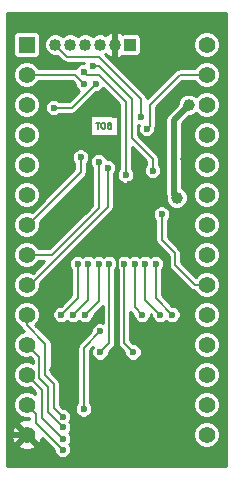
<source format=gbl>
G04 (created by PCBNEW-RS274X (2012-apr-16-27)-stable) date So 08 Sep 2013 13:16:25 CEST*
G01*
G70*
G90*
%MOIN*%
G04 Gerber Fmt 3.4, Leading zero omitted, Abs format*
%FSLAX34Y34*%
G04 APERTURE LIST*
%ADD10C,0.006000*%
%ADD11C,0.005000*%
%ADD12R,0.055000X0.055000*%
%ADD13C,0.055000*%
%ADD14R,0.040000X0.040000*%
%ADD15C,0.040000*%
%ADD16C,0.023600*%
%ADD17C,0.039400*%
%ADD18C,0.035000*%
%ADD19C,0.008000*%
%ADD20C,0.012000*%
%ADD21C,0.020000*%
%ADD22C,0.010000*%
G04 APERTURE END LIST*
G54D10*
G54D11*
X57747Y-34196D02*
X57718Y-34206D01*
X57709Y-34215D01*
X57699Y-34234D01*
X57699Y-34263D01*
X57709Y-34282D01*
X57718Y-34291D01*
X57737Y-34301D01*
X57813Y-34301D01*
X57813Y-34101D01*
X57747Y-34101D01*
X57728Y-34110D01*
X57718Y-34120D01*
X57709Y-34139D01*
X57709Y-34158D01*
X57718Y-34177D01*
X57728Y-34187D01*
X57747Y-34196D01*
X57813Y-34196D01*
X57575Y-34101D02*
X57537Y-34101D01*
X57518Y-34110D01*
X57499Y-34130D01*
X57490Y-34168D01*
X57490Y-34234D01*
X57499Y-34272D01*
X57518Y-34291D01*
X57537Y-34301D01*
X57575Y-34301D01*
X57594Y-34291D01*
X57613Y-34272D01*
X57623Y-34234D01*
X57623Y-34168D01*
X57613Y-34130D01*
X57594Y-34110D01*
X57575Y-34101D01*
X57432Y-34101D02*
X57318Y-34101D01*
X57375Y-34301D02*
X57375Y-34101D01*
G54D12*
X55000Y-31500D03*
G54D13*
X55000Y-32500D03*
X55000Y-33500D03*
X55000Y-34500D03*
X55000Y-35500D03*
X55000Y-36500D03*
X55000Y-37500D03*
X55000Y-38500D03*
X55000Y-39500D03*
X55000Y-40500D03*
X55000Y-41500D03*
X55000Y-42500D03*
X55000Y-43500D03*
X55000Y-44500D03*
X61000Y-44500D03*
X61000Y-43500D03*
X61000Y-42500D03*
X61000Y-41500D03*
X61000Y-40500D03*
X61000Y-39500D03*
X61000Y-38500D03*
X61000Y-37500D03*
X61000Y-36500D03*
X61000Y-35500D03*
X61000Y-34500D03*
X61000Y-33500D03*
X61000Y-32500D03*
X61000Y-31500D03*
G54D14*
X58450Y-31500D03*
G54D15*
X57950Y-31500D03*
X57450Y-31500D03*
X56950Y-31500D03*
X56450Y-31500D03*
X55950Y-31500D03*
G54D16*
X57450Y-41050D03*
X56900Y-43650D03*
X56200Y-45000D03*
X56200Y-44650D03*
X56200Y-44250D03*
X56200Y-43900D03*
X57700Y-35600D03*
X57400Y-35400D03*
X59500Y-37150D03*
X56800Y-35250D03*
X56900Y-32800D03*
X59000Y-34300D03*
X55800Y-34900D03*
G54D17*
X60000Y-37800D03*
G54D16*
X58000Y-37200D03*
X59150Y-34750D03*
G54D17*
X56000Y-37800D03*
X59700Y-30600D03*
X56000Y-32100D03*
G54D16*
X58000Y-38000D03*
X60200Y-41800D03*
X60500Y-45200D03*
X58450Y-36150D03*
X56350Y-39950D03*
X59900Y-43500D03*
G54D17*
X55950Y-42350D03*
G54D16*
X58600Y-35100D03*
G54D17*
X59800Y-33400D03*
G54D16*
X57950Y-33850D03*
X57950Y-35100D03*
X57100Y-33850D03*
X55500Y-36000D03*
X57350Y-40650D03*
G54D17*
X60300Y-35300D03*
G54D18*
X58600Y-41000D03*
G54D16*
X59300Y-32800D03*
X58000Y-45100D03*
X58200Y-32200D03*
X57450Y-41750D03*
X57750Y-38800D03*
X58950Y-38800D03*
X59450Y-40500D03*
X58250Y-38800D03*
X58550Y-41750D03*
X58800Y-33900D03*
X59200Y-35700D03*
X57200Y-32200D03*
X57300Y-32800D03*
X55900Y-33600D03*
X58300Y-35850D03*
X56900Y-32400D03*
X56550Y-40500D03*
X57050Y-38800D03*
X56150Y-40500D03*
X56700Y-38800D03*
X57400Y-38800D03*
X56950Y-40500D03*
X59850Y-40500D03*
X59300Y-38800D03*
X58850Y-40500D03*
X58600Y-38800D03*
G54D17*
X60000Y-36600D03*
X60400Y-33500D03*
G54D19*
X56900Y-41600D02*
X57450Y-41050D01*
X56900Y-43200D02*
X56900Y-41600D01*
X56900Y-43650D02*
X56900Y-43200D01*
X55000Y-43500D02*
X55300Y-43800D01*
X55300Y-43800D02*
X55300Y-44100D01*
X55300Y-44100D02*
X56200Y-45000D01*
X55500Y-43927D02*
X55500Y-43950D01*
X55500Y-43950D02*
X56200Y-44650D01*
X55500Y-43000D02*
X55500Y-43927D01*
X55000Y-42500D02*
X55500Y-43000D01*
X55700Y-43700D02*
X55700Y-43750D01*
X55700Y-43750D02*
X56200Y-44250D01*
X55425Y-42625D02*
X55700Y-42900D01*
X55425Y-41925D02*
X55425Y-42625D01*
X55700Y-42900D02*
X55700Y-43700D01*
X55000Y-41500D02*
X55425Y-41925D01*
X55625Y-41475D02*
X55000Y-40850D01*
X55625Y-42525D02*
X55900Y-42800D01*
X55000Y-40850D02*
X55000Y-40500D01*
X55900Y-43500D02*
X55900Y-42800D01*
X55900Y-43500D02*
X55900Y-43600D01*
X55900Y-43600D02*
X56200Y-43900D01*
X55625Y-41475D02*
X55625Y-42525D01*
X55000Y-39500D02*
X55100Y-39500D01*
X55100Y-39500D02*
X57700Y-36900D01*
X57700Y-36800D02*
X57700Y-36900D01*
X57700Y-36800D02*
X57700Y-35600D01*
X57400Y-36800D02*
X57400Y-36950D01*
X55850Y-38500D02*
X55700Y-38500D01*
X57400Y-36800D02*
X57400Y-35400D01*
X57400Y-36950D02*
X55850Y-38500D01*
X55000Y-38500D02*
X55700Y-38500D01*
X61000Y-39500D02*
X60600Y-39500D01*
X59950Y-38850D02*
X59950Y-38450D01*
X60600Y-39500D02*
X59950Y-38850D01*
X59500Y-37150D02*
X59500Y-38000D01*
X59950Y-38450D02*
X59500Y-38000D01*
X56800Y-35250D02*
X56800Y-35750D01*
X55050Y-37500D02*
X56800Y-35750D01*
X55000Y-37500D02*
X55050Y-37500D01*
X56900Y-32800D02*
X56600Y-32500D01*
X56600Y-32500D02*
X55000Y-32500D01*
X59100Y-34200D02*
X59100Y-33500D01*
X60100Y-32500D02*
X61000Y-32500D01*
X59100Y-33500D02*
X60100Y-32500D01*
X59000Y-34300D02*
X59100Y-34200D01*
G54D20*
X59800Y-33400D02*
X60200Y-33000D01*
G54D21*
X61600Y-36000D02*
X61600Y-35000D01*
X57950Y-31950D02*
X58200Y-32200D01*
X56000Y-32100D02*
X55900Y-32000D01*
X61600Y-38000D02*
X61600Y-36000D01*
G54D22*
X58450Y-36750D02*
X58450Y-36150D01*
G54D21*
X55000Y-44500D02*
X54400Y-44500D01*
X58000Y-45500D02*
X60500Y-45500D01*
G54D22*
X58000Y-37200D02*
X58450Y-36750D01*
X60200Y-43500D02*
X59900Y-43500D01*
G54D21*
X54400Y-36000D02*
X54400Y-38000D01*
X55900Y-41150D02*
X55600Y-40850D01*
X55950Y-42350D02*
X55900Y-42300D01*
X55900Y-32000D02*
X54400Y-32000D01*
X57950Y-31500D02*
X57950Y-30500D01*
G54D20*
X57100Y-33850D02*
X57100Y-35100D01*
X56350Y-39950D02*
X56300Y-40000D01*
X57100Y-35100D02*
X57950Y-35100D01*
G54D21*
X54400Y-33000D02*
X54400Y-35000D01*
X61600Y-33000D02*
X61600Y-30500D01*
G54D22*
X60200Y-44900D02*
X60500Y-45200D01*
G54D21*
X59700Y-30600D02*
X59700Y-30500D01*
X54400Y-44500D02*
X54400Y-45500D01*
X54400Y-38000D02*
X55800Y-38000D01*
G54D22*
X58000Y-45500D02*
X58000Y-45100D01*
X58000Y-45100D02*
X58000Y-38000D01*
G54D21*
X61600Y-38000D02*
X60200Y-38000D01*
X61600Y-35000D02*
X61600Y-33000D01*
G54D20*
X60200Y-33000D02*
X61600Y-33000D01*
G54D22*
X60200Y-43500D02*
X60200Y-44900D01*
G54D21*
X55600Y-40850D02*
X55600Y-40000D01*
X54400Y-30500D02*
X54400Y-32000D01*
X54400Y-45500D02*
X58000Y-45500D01*
X60300Y-35300D02*
X60600Y-35000D01*
G54D22*
X55700Y-35000D02*
X54400Y-35000D01*
G54D21*
X54400Y-32000D02*
X54400Y-33000D01*
X59700Y-30500D02*
X57950Y-30500D01*
X61600Y-41000D02*
X60200Y-41000D01*
G54D20*
X56300Y-40000D02*
X55600Y-40000D01*
G54D21*
X61600Y-41000D02*
X61600Y-38000D01*
X60200Y-41000D02*
X58600Y-41000D01*
G54D22*
X55800Y-34900D02*
X55700Y-35000D01*
G54D21*
X60600Y-35000D02*
X61600Y-35000D01*
G54D22*
X60200Y-41800D02*
X60200Y-43500D01*
G54D21*
X55600Y-40000D02*
X54400Y-40000D01*
X57950Y-31500D02*
X57950Y-31950D01*
G54D22*
X60200Y-41000D02*
X60200Y-41800D01*
G54D21*
X55800Y-38000D02*
X56000Y-37800D01*
X60500Y-45500D02*
X61600Y-45500D01*
G54D22*
X60500Y-45200D02*
X60500Y-45500D01*
G54D21*
X55900Y-42300D02*
X55900Y-41150D01*
X57950Y-30500D02*
X54400Y-30500D01*
X61600Y-45500D02*
X61600Y-41000D01*
X54400Y-44500D02*
X54400Y-40000D01*
X54400Y-35000D02*
X54400Y-36000D01*
X60200Y-38000D02*
X60000Y-37800D01*
X54400Y-38000D02*
X54400Y-40000D01*
X61600Y-30500D02*
X59700Y-30500D01*
G54D20*
X55500Y-36000D02*
X54400Y-36000D01*
G54D19*
X57450Y-41750D02*
X57750Y-41450D01*
X57750Y-41450D02*
X57750Y-38800D01*
X58950Y-40000D02*
X58950Y-38800D01*
X59450Y-40500D02*
X58950Y-40000D01*
X58250Y-41450D02*
X58250Y-38800D01*
X58550Y-41750D02*
X58250Y-41450D01*
X56350Y-31900D02*
X55950Y-31500D01*
X58800Y-33300D02*
X57400Y-31900D01*
X58800Y-33900D02*
X58800Y-33300D01*
X57400Y-31900D02*
X56350Y-31900D01*
X58500Y-33300D02*
X57400Y-32200D01*
X59200Y-35300D02*
X58500Y-34600D01*
X58500Y-34600D02*
X58500Y-33300D01*
X59200Y-35700D02*
X59200Y-35300D01*
X57200Y-32200D02*
X57400Y-32200D01*
X55900Y-33600D02*
X56500Y-33600D01*
X56500Y-33600D02*
X57300Y-32800D01*
X58300Y-33400D02*
X58300Y-35500D01*
X56900Y-32400D02*
X57000Y-32500D01*
X57000Y-32500D02*
X57400Y-32500D01*
X57400Y-32500D02*
X58300Y-33400D01*
X58300Y-35850D02*
X58300Y-35500D01*
X57050Y-38800D02*
X57050Y-40000D01*
X57050Y-40000D02*
X56550Y-40500D01*
X56150Y-40500D02*
X56700Y-39950D01*
X56700Y-39950D02*
X56700Y-38800D01*
X56950Y-40500D02*
X57400Y-40050D01*
X57400Y-38800D02*
X57400Y-40050D01*
X59850Y-40500D02*
X59300Y-39950D01*
X59300Y-39950D02*
X59300Y-38800D01*
X58850Y-40500D02*
X58600Y-40250D01*
X58600Y-40250D02*
X58600Y-38800D01*
G54D21*
X59900Y-36500D02*
X59900Y-34000D01*
X59900Y-34000D02*
X60400Y-33500D01*
X60000Y-36600D02*
X59900Y-36500D01*
G54D10*
G36*
X58021Y-31500D02*
X57950Y-31571D01*
X57879Y-31500D01*
X57950Y-31429D01*
X58021Y-31500D01*
X58021Y-31500D01*
G37*
G54D22*
X58021Y-31500D02*
X57950Y-31571D01*
X57879Y-31500D01*
X57950Y-31429D01*
X58021Y-31500D01*
G54D10*
G36*
X61650Y-45550D02*
X61444Y-45550D01*
X61444Y-44589D01*
X61444Y-44412D01*
X61444Y-43589D01*
X61444Y-43412D01*
X61444Y-42589D01*
X61444Y-42412D01*
X61444Y-41589D01*
X61444Y-41412D01*
X61444Y-40589D01*
X61444Y-40412D01*
X61444Y-39589D01*
X61444Y-39412D01*
X61444Y-38589D01*
X61444Y-38412D01*
X61444Y-37589D01*
X61444Y-37412D01*
X61444Y-36589D01*
X61444Y-36412D01*
X61444Y-35589D01*
X61444Y-35412D01*
X61444Y-34589D01*
X61444Y-34412D01*
X61444Y-33589D01*
X61444Y-33412D01*
X61444Y-32589D01*
X61444Y-32412D01*
X61444Y-31589D01*
X61444Y-31412D01*
X61377Y-31249D01*
X61252Y-31124D01*
X61089Y-31056D01*
X60912Y-31056D01*
X60749Y-31123D01*
X60624Y-31248D01*
X60556Y-31411D01*
X60556Y-31588D01*
X60623Y-31751D01*
X60748Y-31876D01*
X60911Y-31944D01*
X61088Y-31944D01*
X61251Y-31877D01*
X61376Y-31752D01*
X61444Y-31589D01*
X61444Y-32412D01*
X61377Y-32249D01*
X61252Y-32124D01*
X61089Y-32056D01*
X60912Y-32056D01*
X60749Y-32123D01*
X60624Y-32248D01*
X60606Y-32290D01*
X60100Y-32290D01*
X60032Y-32303D01*
X60019Y-32306D01*
X59951Y-32352D01*
X59008Y-33294D01*
X58994Y-33220D01*
X58993Y-33219D01*
X58978Y-33197D01*
X58948Y-33152D01*
X58948Y-33151D01*
X58820Y-33023D01*
X57624Y-31828D01*
X57629Y-31825D01*
X57698Y-31894D01*
X57723Y-31868D01*
X57727Y-31891D01*
X57894Y-31946D01*
X58070Y-31933D01*
X58173Y-31891D01*
X58176Y-31868D01*
X58202Y-31894D01*
X58226Y-31870D01*
X58284Y-31870D01*
X58684Y-31870D01*
X58746Y-31844D01*
X58794Y-31796D01*
X58820Y-31734D01*
X58820Y-31666D01*
X58820Y-31266D01*
X58794Y-31204D01*
X58746Y-31156D01*
X58684Y-31130D01*
X58616Y-31130D01*
X58226Y-31130D01*
X58202Y-31106D01*
X58176Y-31131D01*
X58173Y-31109D01*
X58006Y-31054D01*
X57830Y-31067D01*
X57727Y-31109D01*
X57723Y-31131D01*
X57698Y-31106D01*
X57629Y-31174D01*
X57524Y-31130D01*
X57377Y-31130D01*
X57241Y-31186D01*
X57200Y-31227D01*
X57160Y-31187D01*
X57024Y-31130D01*
X56877Y-31130D01*
X56741Y-31186D01*
X56700Y-31227D01*
X56660Y-31187D01*
X56524Y-31130D01*
X56377Y-31130D01*
X56241Y-31186D01*
X56200Y-31227D01*
X56160Y-31187D01*
X56024Y-31130D01*
X55877Y-31130D01*
X55741Y-31186D01*
X55637Y-31290D01*
X55580Y-31426D01*
X55580Y-31573D01*
X55636Y-31709D01*
X55740Y-31813D01*
X55876Y-31870D01*
X56023Y-31870D01*
X56201Y-32048D01*
X56202Y-32048D01*
X56247Y-32078D01*
X56269Y-32093D01*
X56270Y-32094D01*
X56350Y-32110D01*
X56926Y-32110D01*
X56925Y-32113D01*
X56843Y-32113D01*
X56738Y-32157D01*
X56657Y-32237D01*
X56632Y-32296D01*
X56600Y-32290D01*
X55445Y-32290D01*
X55445Y-31809D01*
X55445Y-31741D01*
X55445Y-31191D01*
X55419Y-31129D01*
X55371Y-31081D01*
X55309Y-31055D01*
X55241Y-31055D01*
X54691Y-31055D01*
X54629Y-31081D01*
X54581Y-31129D01*
X54555Y-31191D01*
X54555Y-31259D01*
X54555Y-31809D01*
X54581Y-31871D01*
X54629Y-31919D01*
X54691Y-31945D01*
X54759Y-31945D01*
X55309Y-31945D01*
X55371Y-31919D01*
X55419Y-31871D01*
X55445Y-31809D01*
X55445Y-32290D01*
X55393Y-32290D01*
X55377Y-32249D01*
X55252Y-32124D01*
X55089Y-32056D01*
X54912Y-32056D01*
X54749Y-32123D01*
X54624Y-32248D01*
X54556Y-32411D01*
X54556Y-32588D01*
X54623Y-32751D01*
X54748Y-32876D01*
X54911Y-32944D01*
X55088Y-32944D01*
X55251Y-32877D01*
X55376Y-32752D01*
X55393Y-32710D01*
X56513Y-32710D01*
X56613Y-32809D01*
X56613Y-32857D01*
X56657Y-32962D01*
X56737Y-33043D01*
X56753Y-33049D01*
X56413Y-33390D01*
X56095Y-33390D01*
X56063Y-33357D01*
X55957Y-33313D01*
X55843Y-33313D01*
X55738Y-33357D01*
X55657Y-33437D01*
X55613Y-33543D01*
X55613Y-33657D01*
X55657Y-33762D01*
X55737Y-33843D01*
X55843Y-33887D01*
X55957Y-33887D01*
X56062Y-33843D01*
X56095Y-33810D01*
X56500Y-33810D01*
X56500Y-33809D01*
X56567Y-33796D01*
X56580Y-33794D01*
X56581Y-33794D01*
X56648Y-33748D01*
X57309Y-33087D01*
X57357Y-33087D01*
X57462Y-33043D01*
X57543Y-32963D01*
X57549Y-32946D01*
X58090Y-33486D01*
X58090Y-35500D01*
X58090Y-35654D01*
X58057Y-35687D01*
X58056Y-35689D01*
X58056Y-34555D01*
X58056Y-33835D01*
X57104Y-33835D01*
X57104Y-34555D01*
X58056Y-34555D01*
X58056Y-35689D01*
X58013Y-35793D01*
X58013Y-35907D01*
X58057Y-36012D01*
X58137Y-36093D01*
X58243Y-36137D01*
X58357Y-36137D01*
X58462Y-36093D01*
X58543Y-36013D01*
X58587Y-35907D01*
X58587Y-35793D01*
X58543Y-35688D01*
X58510Y-35654D01*
X58510Y-35500D01*
X58510Y-34906D01*
X58990Y-35386D01*
X58990Y-35504D01*
X58957Y-35537D01*
X58913Y-35643D01*
X58913Y-35757D01*
X58957Y-35862D01*
X59037Y-35943D01*
X59143Y-35987D01*
X59257Y-35987D01*
X59362Y-35943D01*
X59443Y-35863D01*
X59487Y-35757D01*
X59487Y-35643D01*
X59443Y-35538D01*
X59410Y-35504D01*
X59410Y-35300D01*
X59409Y-35299D01*
X59394Y-35220D01*
X59393Y-35219D01*
X59378Y-35197D01*
X59348Y-35152D01*
X59348Y-35151D01*
X58710Y-34513D01*
X58710Y-34173D01*
X58737Y-34184D01*
X58713Y-34243D01*
X58713Y-34357D01*
X58757Y-34462D01*
X58837Y-34543D01*
X58943Y-34587D01*
X59057Y-34587D01*
X59162Y-34543D01*
X59243Y-34463D01*
X59287Y-34357D01*
X59287Y-34290D01*
X59293Y-34281D01*
X59294Y-34280D01*
X59309Y-34200D01*
X59310Y-34200D01*
X59310Y-33586D01*
X60186Y-32710D01*
X60606Y-32710D01*
X60623Y-32751D01*
X60748Y-32876D01*
X60911Y-32944D01*
X61088Y-32944D01*
X61251Y-32877D01*
X61376Y-32752D01*
X61444Y-32589D01*
X61444Y-33412D01*
X61377Y-33249D01*
X61252Y-33124D01*
X61089Y-33056D01*
X60912Y-33056D01*
X60749Y-33123D01*
X60645Y-33226D01*
X60608Y-33189D01*
X60473Y-33133D01*
X60327Y-33133D01*
X60192Y-33189D01*
X60089Y-33292D01*
X60033Y-33427D01*
X60033Y-33485D01*
X59709Y-33809D01*
X59651Y-33897D01*
X59630Y-34000D01*
X59630Y-36500D01*
X59634Y-36522D01*
X59633Y-36527D01*
X59633Y-36673D01*
X59689Y-36808D01*
X59792Y-36911D01*
X59927Y-36967D01*
X60073Y-36967D01*
X60208Y-36911D01*
X60311Y-36808D01*
X60367Y-36673D01*
X60367Y-36527D01*
X60311Y-36392D01*
X60208Y-36289D01*
X60170Y-36273D01*
X60170Y-34112D01*
X60415Y-33867D01*
X60473Y-33867D01*
X60608Y-33811D01*
X60645Y-33773D01*
X60748Y-33876D01*
X60911Y-33944D01*
X61088Y-33944D01*
X61251Y-33877D01*
X61376Y-33752D01*
X61444Y-33589D01*
X61444Y-34412D01*
X61377Y-34249D01*
X61252Y-34124D01*
X61089Y-34056D01*
X60912Y-34056D01*
X60749Y-34123D01*
X60624Y-34248D01*
X60556Y-34411D01*
X60556Y-34588D01*
X60623Y-34751D01*
X60748Y-34876D01*
X60911Y-34944D01*
X61088Y-34944D01*
X61251Y-34877D01*
X61376Y-34752D01*
X61444Y-34589D01*
X61444Y-35412D01*
X61377Y-35249D01*
X61252Y-35124D01*
X61089Y-35056D01*
X60912Y-35056D01*
X60749Y-35123D01*
X60624Y-35248D01*
X60556Y-35411D01*
X60556Y-35588D01*
X60623Y-35751D01*
X60748Y-35876D01*
X60911Y-35944D01*
X61088Y-35944D01*
X61251Y-35877D01*
X61376Y-35752D01*
X61444Y-35589D01*
X61444Y-36412D01*
X61377Y-36249D01*
X61252Y-36124D01*
X61089Y-36056D01*
X60912Y-36056D01*
X60749Y-36123D01*
X60624Y-36248D01*
X60556Y-36411D01*
X60556Y-36588D01*
X60623Y-36751D01*
X60748Y-36876D01*
X60911Y-36944D01*
X61088Y-36944D01*
X61251Y-36877D01*
X61376Y-36752D01*
X61444Y-36589D01*
X61444Y-37412D01*
X61377Y-37249D01*
X61252Y-37124D01*
X61089Y-37056D01*
X60912Y-37056D01*
X60749Y-37123D01*
X60624Y-37248D01*
X60556Y-37411D01*
X60556Y-37588D01*
X60623Y-37751D01*
X60748Y-37876D01*
X60911Y-37944D01*
X61088Y-37944D01*
X61251Y-37877D01*
X61376Y-37752D01*
X61444Y-37589D01*
X61444Y-38412D01*
X61377Y-38249D01*
X61252Y-38124D01*
X61089Y-38056D01*
X60912Y-38056D01*
X60749Y-38123D01*
X60624Y-38248D01*
X60556Y-38411D01*
X60556Y-38588D01*
X60623Y-38751D01*
X60748Y-38876D01*
X60911Y-38944D01*
X61088Y-38944D01*
X61251Y-38877D01*
X61376Y-38752D01*
X61444Y-38589D01*
X61444Y-39412D01*
X61377Y-39249D01*
X61252Y-39124D01*
X61089Y-39056D01*
X60912Y-39056D01*
X60749Y-39123D01*
X60634Y-39237D01*
X60160Y-38763D01*
X60160Y-38450D01*
X60144Y-38370D01*
X60143Y-38369D01*
X60128Y-38347D01*
X60098Y-38302D01*
X60098Y-38301D01*
X59710Y-37913D01*
X59710Y-37345D01*
X59743Y-37313D01*
X59787Y-37207D01*
X59787Y-37093D01*
X59743Y-36988D01*
X59663Y-36907D01*
X59557Y-36863D01*
X59443Y-36863D01*
X59338Y-36907D01*
X59257Y-36987D01*
X59213Y-37093D01*
X59213Y-37207D01*
X59257Y-37312D01*
X59290Y-37345D01*
X59290Y-38000D01*
X59303Y-38067D01*
X59306Y-38081D01*
X59352Y-38148D01*
X59740Y-38536D01*
X59740Y-38850D01*
X59753Y-38917D01*
X59756Y-38931D01*
X59802Y-38998D01*
X60451Y-39648D01*
X60452Y-39648D01*
X60519Y-39694D01*
X60520Y-39694D01*
X60532Y-39696D01*
X60600Y-39710D01*
X60606Y-39710D01*
X60623Y-39751D01*
X60748Y-39876D01*
X60911Y-39944D01*
X61088Y-39944D01*
X61251Y-39877D01*
X61376Y-39752D01*
X61444Y-39589D01*
X61444Y-40412D01*
X61377Y-40249D01*
X61252Y-40124D01*
X61089Y-40056D01*
X60912Y-40056D01*
X60749Y-40123D01*
X60624Y-40248D01*
X60556Y-40411D01*
X60556Y-40588D01*
X60623Y-40751D01*
X60748Y-40876D01*
X60911Y-40944D01*
X61088Y-40944D01*
X61251Y-40877D01*
X61376Y-40752D01*
X61444Y-40589D01*
X61444Y-41412D01*
X61377Y-41249D01*
X61252Y-41124D01*
X61089Y-41056D01*
X60912Y-41056D01*
X60749Y-41123D01*
X60624Y-41248D01*
X60556Y-41411D01*
X60556Y-41588D01*
X60623Y-41751D01*
X60748Y-41876D01*
X60911Y-41944D01*
X61088Y-41944D01*
X61251Y-41877D01*
X61376Y-41752D01*
X61444Y-41589D01*
X61444Y-42412D01*
X61377Y-42249D01*
X61252Y-42124D01*
X61089Y-42056D01*
X60912Y-42056D01*
X60749Y-42123D01*
X60624Y-42248D01*
X60556Y-42411D01*
X60556Y-42588D01*
X60623Y-42751D01*
X60748Y-42876D01*
X60911Y-42944D01*
X61088Y-42944D01*
X61251Y-42877D01*
X61376Y-42752D01*
X61444Y-42589D01*
X61444Y-43412D01*
X61377Y-43249D01*
X61252Y-43124D01*
X61089Y-43056D01*
X60912Y-43056D01*
X60749Y-43123D01*
X60624Y-43248D01*
X60556Y-43411D01*
X60556Y-43588D01*
X60623Y-43751D01*
X60748Y-43876D01*
X60911Y-43944D01*
X61088Y-43944D01*
X61251Y-43877D01*
X61376Y-43752D01*
X61444Y-43589D01*
X61444Y-44412D01*
X61377Y-44249D01*
X61252Y-44124D01*
X61089Y-44056D01*
X60912Y-44056D01*
X60749Y-44123D01*
X60624Y-44248D01*
X60556Y-44411D01*
X60556Y-44588D01*
X60623Y-44751D01*
X60748Y-44876D01*
X60911Y-44944D01*
X61088Y-44944D01*
X61251Y-44877D01*
X61376Y-44752D01*
X61444Y-44589D01*
X61444Y-45550D01*
X60137Y-45550D01*
X60137Y-40557D01*
X60137Y-40443D01*
X60093Y-40338D01*
X60013Y-40257D01*
X59907Y-40213D01*
X59859Y-40213D01*
X59510Y-39863D01*
X59510Y-38995D01*
X59543Y-38963D01*
X59587Y-38857D01*
X59587Y-38743D01*
X59543Y-38638D01*
X59463Y-38557D01*
X59357Y-38513D01*
X59243Y-38513D01*
X59138Y-38557D01*
X59125Y-38569D01*
X59113Y-38557D01*
X59007Y-38513D01*
X58893Y-38513D01*
X58788Y-38557D01*
X58775Y-38569D01*
X58763Y-38557D01*
X58657Y-38513D01*
X58543Y-38513D01*
X58438Y-38557D01*
X58425Y-38569D01*
X58413Y-38557D01*
X58307Y-38513D01*
X58193Y-38513D01*
X58088Y-38557D01*
X58007Y-38637D01*
X57999Y-38654D01*
X57993Y-38638D01*
X57987Y-38631D01*
X57987Y-35657D01*
X57987Y-35543D01*
X57943Y-35438D01*
X57863Y-35357D01*
X57757Y-35313D01*
X57674Y-35313D01*
X57643Y-35238D01*
X57563Y-35157D01*
X57457Y-35113D01*
X57343Y-35113D01*
X57238Y-35157D01*
X57157Y-35237D01*
X57113Y-35343D01*
X57113Y-35457D01*
X57157Y-35562D01*
X57190Y-35595D01*
X57190Y-36800D01*
X57190Y-36863D01*
X57087Y-36966D01*
X57087Y-35307D01*
X57087Y-35193D01*
X57043Y-35088D01*
X56963Y-35007D01*
X56857Y-34963D01*
X56743Y-34963D01*
X56638Y-35007D01*
X56557Y-35087D01*
X56513Y-35193D01*
X56513Y-35307D01*
X56557Y-35412D01*
X56590Y-35445D01*
X56590Y-35663D01*
X55444Y-36809D01*
X55444Y-36589D01*
X55444Y-36412D01*
X55444Y-35589D01*
X55444Y-35412D01*
X55444Y-34589D01*
X55444Y-34412D01*
X55444Y-33589D01*
X55444Y-33412D01*
X55377Y-33249D01*
X55252Y-33124D01*
X55089Y-33056D01*
X54912Y-33056D01*
X54749Y-33123D01*
X54624Y-33248D01*
X54556Y-33411D01*
X54556Y-33588D01*
X54623Y-33751D01*
X54748Y-33876D01*
X54911Y-33944D01*
X55088Y-33944D01*
X55251Y-33877D01*
X55376Y-33752D01*
X55444Y-33589D01*
X55444Y-34412D01*
X55377Y-34249D01*
X55252Y-34124D01*
X55089Y-34056D01*
X54912Y-34056D01*
X54749Y-34123D01*
X54624Y-34248D01*
X54556Y-34411D01*
X54556Y-34588D01*
X54623Y-34751D01*
X54748Y-34876D01*
X54911Y-34944D01*
X55088Y-34944D01*
X55251Y-34877D01*
X55376Y-34752D01*
X55444Y-34589D01*
X55444Y-35412D01*
X55377Y-35249D01*
X55252Y-35124D01*
X55089Y-35056D01*
X54912Y-35056D01*
X54749Y-35123D01*
X54624Y-35248D01*
X54556Y-35411D01*
X54556Y-35588D01*
X54623Y-35751D01*
X54748Y-35876D01*
X54911Y-35944D01*
X55088Y-35944D01*
X55251Y-35877D01*
X55376Y-35752D01*
X55444Y-35589D01*
X55444Y-36412D01*
X55377Y-36249D01*
X55252Y-36124D01*
X55089Y-36056D01*
X54912Y-36056D01*
X54749Y-36123D01*
X54624Y-36248D01*
X54556Y-36411D01*
X54556Y-36588D01*
X54623Y-36751D01*
X54748Y-36876D01*
X54911Y-36944D01*
X55088Y-36944D01*
X55251Y-36877D01*
X55376Y-36752D01*
X55444Y-36589D01*
X55444Y-36809D01*
X55165Y-37088D01*
X55089Y-37056D01*
X54912Y-37056D01*
X54749Y-37123D01*
X54624Y-37248D01*
X54556Y-37411D01*
X54556Y-37588D01*
X54623Y-37751D01*
X54748Y-37876D01*
X54911Y-37944D01*
X55088Y-37944D01*
X55251Y-37877D01*
X55376Y-37752D01*
X55444Y-37589D01*
X55444Y-37412D01*
X55441Y-37405D01*
X56948Y-35899D01*
X56948Y-35898D01*
X56978Y-35853D01*
X56993Y-35831D01*
X56994Y-35830D01*
X57009Y-35751D01*
X57010Y-35750D01*
X57010Y-35445D01*
X57043Y-35413D01*
X57087Y-35307D01*
X57087Y-36966D01*
X55763Y-38290D01*
X55700Y-38290D01*
X55393Y-38290D01*
X55377Y-38249D01*
X55252Y-38124D01*
X55089Y-38056D01*
X54912Y-38056D01*
X54749Y-38123D01*
X54624Y-38248D01*
X54556Y-38411D01*
X54556Y-38588D01*
X54623Y-38751D01*
X54748Y-38876D01*
X54911Y-38944D01*
X55088Y-38944D01*
X55251Y-38877D01*
X55376Y-38752D01*
X55393Y-38710D01*
X55593Y-38710D01*
X55201Y-39102D01*
X55089Y-39056D01*
X54912Y-39056D01*
X54749Y-39123D01*
X54624Y-39248D01*
X54556Y-39411D01*
X54556Y-39588D01*
X54623Y-39751D01*
X54748Y-39876D01*
X54911Y-39944D01*
X55088Y-39944D01*
X55251Y-39877D01*
X55376Y-39752D01*
X55444Y-39589D01*
X55444Y-39452D01*
X57848Y-37049D01*
X57848Y-37048D01*
X57878Y-37003D01*
X57893Y-36981D01*
X57894Y-36980D01*
X57909Y-36901D01*
X57910Y-36900D01*
X57910Y-36800D01*
X57910Y-35795D01*
X57943Y-35763D01*
X57987Y-35657D01*
X57987Y-38631D01*
X57913Y-38557D01*
X57807Y-38513D01*
X57693Y-38513D01*
X57588Y-38557D01*
X57575Y-38569D01*
X57563Y-38557D01*
X57457Y-38513D01*
X57343Y-38513D01*
X57238Y-38557D01*
X57225Y-38569D01*
X57213Y-38557D01*
X57107Y-38513D01*
X56993Y-38513D01*
X56888Y-38557D01*
X56875Y-38569D01*
X56863Y-38557D01*
X56757Y-38513D01*
X56643Y-38513D01*
X56538Y-38557D01*
X56457Y-38637D01*
X56413Y-38743D01*
X56413Y-38857D01*
X56457Y-38962D01*
X56490Y-38995D01*
X56490Y-39863D01*
X56140Y-40213D01*
X56093Y-40213D01*
X55988Y-40257D01*
X55907Y-40337D01*
X55863Y-40443D01*
X55863Y-40557D01*
X55907Y-40662D01*
X55987Y-40743D01*
X56093Y-40787D01*
X56207Y-40787D01*
X56312Y-40743D01*
X56349Y-40705D01*
X56387Y-40743D01*
X56493Y-40787D01*
X56607Y-40787D01*
X56712Y-40743D01*
X56749Y-40705D01*
X56787Y-40743D01*
X56893Y-40787D01*
X57007Y-40787D01*
X57112Y-40743D01*
X57193Y-40663D01*
X57237Y-40557D01*
X57237Y-40509D01*
X57540Y-40206D01*
X57540Y-40776D01*
X57507Y-40763D01*
X57393Y-40763D01*
X57288Y-40807D01*
X57207Y-40887D01*
X57163Y-40993D01*
X57163Y-41040D01*
X56752Y-41452D01*
X56706Y-41519D01*
X56703Y-41532D01*
X56690Y-41600D01*
X56690Y-43200D01*
X56690Y-43454D01*
X56657Y-43487D01*
X56613Y-43593D01*
X56613Y-43707D01*
X56657Y-43812D01*
X56737Y-43893D01*
X56843Y-43937D01*
X56957Y-43937D01*
X57062Y-43893D01*
X57143Y-43813D01*
X57187Y-43707D01*
X57187Y-43593D01*
X57143Y-43488D01*
X57110Y-43454D01*
X57110Y-43200D01*
X57110Y-41686D01*
X57205Y-41590D01*
X57163Y-41693D01*
X57163Y-41807D01*
X57207Y-41912D01*
X57287Y-41993D01*
X57393Y-42037D01*
X57507Y-42037D01*
X57612Y-41993D01*
X57693Y-41913D01*
X57737Y-41807D01*
X57737Y-41759D01*
X57898Y-41599D01*
X57898Y-41598D01*
X57944Y-41531D01*
X57944Y-41530D01*
X57946Y-41517D01*
X57959Y-41450D01*
X57960Y-41450D01*
X57960Y-38995D01*
X57993Y-38963D01*
X58000Y-38945D01*
X58007Y-38962D01*
X58040Y-38995D01*
X58040Y-41450D01*
X58053Y-41517D01*
X58056Y-41531D01*
X58102Y-41598D01*
X58263Y-41759D01*
X58263Y-41807D01*
X58307Y-41912D01*
X58387Y-41993D01*
X58493Y-42037D01*
X58607Y-42037D01*
X58712Y-41993D01*
X58793Y-41913D01*
X58837Y-41807D01*
X58837Y-41693D01*
X58793Y-41588D01*
X58713Y-41507D01*
X58607Y-41463D01*
X58559Y-41463D01*
X58460Y-41363D01*
X58460Y-40406D01*
X58563Y-40509D01*
X58563Y-40557D01*
X58607Y-40662D01*
X58687Y-40743D01*
X58793Y-40787D01*
X58907Y-40787D01*
X59012Y-40743D01*
X59093Y-40663D01*
X59137Y-40557D01*
X59137Y-40483D01*
X59163Y-40509D01*
X59163Y-40557D01*
X59207Y-40662D01*
X59287Y-40743D01*
X59393Y-40787D01*
X59507Y-40787D01*
X59612Y-40743D01*
X59649Y-40705D01*
X59687Y-40743D01*
X59793Y-40787D01*
X59907Y-40787D01*
X60012Y-40743D01*
X60093Y-40663D01*
X60137Y-40557D01*
X60137Y-45550D01*
X56487Y-45550D01*
X56487Y-45057D01*
X56487Y-44943D01*
X56443Y-44838D01*
X56430Y-44825D01*
X56443Y-44813D01*
X56487Y-44707D01*
X56487Y-44593D01*
X56443Y-44488D01*
X56405Y-44450D01*
X56443Y-44413D01*
X56487Y-44307D01*
X56487Y-44193D01*
X56443Y-44088D01*
X56430Y-44075D01*
X56443Y-44063D01*
X56487Y-43957D01*
X56487Y-43843D01*
X56443Y-43738D01*
X56363Y-43657D01*
X56257Y-43613D01*
X56209Y-43613D01*
X56110Y-43513D01*
X56110Y-43500D01*
X56110Y-42800D01*
X56109Y-42799D01*
X56094Y-42720D01*
X56093Y-42719D01*
X56078Y-42697D01*
X56048Y-42652D01*
X56048Y-42651D01*
X55835Y-42438D01*
X55835Y-41475D01*
X55834Y-41474D01*
X55819Y-41395D01*
X55818Y-41394D01*
X55803Y-41372D01*
X55773Y-41327D01*
X55773Y-41326D01*
X55287Y-40840D01*
X55376Y-40752D01*
X55444Y-40589D01*
X55444Y-40412D01*
X55377Y-40249D01*
X55252Y-40124D01*
X55089Y-40056D01*
X54912Y-40056D01*
X54749Y-40123D01*
X54624Y-40248D01*
X54556Y-40411D01*
X54556Y-40588D01*
X54623Y-40751D01*
X54748Y-40876D01*
X54799Y-40897D01*
X54803Y-40917D01*
X54806Y-40931D01*
X54852Y-40998D01*
X54910Y-41056D01*
X54749Y-41123D01*
X54624Y-41248D01*
X54556Y-41411D01*
X54556Y-41588D01*
X54623Y-41751D01*
X54748Y-41876D01*
X54911Y-41944D01*
X55088Y-41944D01*
X55130Y-41926D01*
X55215Y-42011D01*
X55215Y-42108D01*
X55089Y-42056D01*
X54912Y-42056D01*
X54749Y-42123D01*
X54624Y-42248D01*
X54556Y-42411D01*
X54556Y-42588D01*
X54623Y-42751D01*
X54748Y-42876D01*
X54911Y-42944D01*
X55088Y-42944D01*
X55130Y-42926D01*
X55290Y-43086D01*
X55290Y-43162D01*
X55252Y-43124D01*
X55089Y-43056D01*
X54912Y-43056D01*
X54749Y-43123D01*
X54624Y-43248D01*
X54556Y-43411D01*
X54556Y-43588D01*
X54623Y-43751D01*
X54748Y-43876D01*
X54911Y-43944D01*
X55088Y-43944D01*
X55090Y-43943D01*
X55090Y-43986D01*
X55074Y-43981D01*
X54870Y-43992D01*
X54733Y-44048D01*
X54710Y-44139D01*
X54965Y-44394D01*
X55000Y-44429D01*
X55071Y-44500D01*
X55106Y-44535D01*
X55361Y-44790D01*
X55452Y-44767D01*
X55508Y-44604D01*
X55913Y-45009D01*
X55913Y-45057D01*
X55957Y-45162D01*
X56037Y-45243D01*
X56143Y-45287D01*
X56257Y-45287D01*
X56362Y-45243D01*
X56443Y-45163D01*
X56487Y-45057D01*
X56487Y-45550D01*
X55290Y-45550D01*
X55290Y-44861D01*
X55000Y-44571D01*
X54929Y-44642D01*
X54929Y-44500D01*
X54639Y-44210D01*
X54548Y-44233D01*
X54481Y-44426D01*
X54492Y-44630D01*
X54548Y-44767D01*
X54639Y-44790D01*
X54929Y-44500D01*
X54929Y-44642D01*
X54710Y-44861D01*
X54733Y-44952D01*
X54926Y-45019D01*
X55130Y-45008D01*
X55267Y-44952D01*
X55290Y-44861D01*
X55290Y-45550D01*
X54350Y-45550D01*
X54350Y-30450D01*
X61650Y-30450D01*
X61650Y-45550D01*
X61650Y-45550D01*
G37*
G54D22*
X61650Y-45550D02*
X61444Y-45550D01*
X61444Y-44589D01*
X61444Y-44412D01*
X61444Y-43589D01*
X61444Y-43412D01*
X61444Y-42589D01*
X61444Y-42412D01*
X61444Y-41589D01*
X61444Y-41412D01*
X61444Y-40589D01*
X61444Y-40412D01*
X61444Y-39589D01*
X61444Y-39412D01*
X61444Y-38589D01*
X61444Y-38412D01*
X61444Y-37589D01*
X61444Y-37412D01*
X61444Y-36589D01*
X61444Y-36412D01*
X61444Y-35589D01*
X61444Y-35412D01*
X61444Y-34589D01*
X61444Y-34412D01*
X61444Y-33589D01*
X61444Y-33412D01*
X61444Y-32589D01*
X61444Y-32412D01*
X61444Y-31589D01*
X61444Y-31412D01*
X61377Y-31249D01*
X61252Y-31124D01*
X61089Y-31056D01*
X60912Y-31056D01*
X60749Y-31123D01*
X60624Y-31248D01*
X60556Y-31411D01*
X60556Y-31588D01*
X60623Y-31751D01*
X60748Y-31876D01*
X60911Y-31944D01*
X61088Y-31944D01*
X61251Y-31877D01*
X61376Y-31752D01*
X61444Y-31589D01*
X61444Y-32412D01*
X61377Y-32249D01*
X61252Y-32124D01*
X61089Y-32056D01*
X60912Y-32056D01*
X60749Y-32123D01*
X60624Y-32248D01*
X60606Y-32290D01*
X60100Y-32290D01*
X60032Y-32303D01*
X60019Y-32306D01*
X59951Y-32352D01*
X59008Y-33294D01*
X58994Y-33220D01*
X58993Y-33219D01*
X58978Y-33197D01*
X58948Y-33152D01*
X58948Y-33151D01*
X58820Y-33023D01*
X57624Y-31828D01*
X57629Y-31825D01*
X57698Y-31894D01*
X57723Y-31868D01*
X57727Y-31891D01*
X57894Y-31946D01*
X58070Y-31933D01*
X58173Y-31891D01*
X58176Y-31868D01*
X58202Y-31894D01*
X58226Y-31870D01*
X58284Y-31870D01*
X58684Y-31870D01*
X58746Y-31844D01*
X58794Y-31796D01*
X58820Y-31734D01*
X58820Y-31666D01*
X58820Y-31266D01*
X58794Y-31204D01*
X58746Y-31156D01*
X58684Y-31130D01*
X58616Y-31130D01*
X58226Y-31130D01*
X58202Y-31106D01*
X58176Y-31131D01*
X58173Y-31109D01*
X58006Y-31054D01*
X57830Y-31067D01*
X57727Y-31109D01*
X57723Y-31131D01*
X57698Y-31106D01*
X57629Y-31174D01*
X57524Y-31130D01*
X57377Y-31130D01*
X57241Y-31186D01*
X57200Y-31227D01*
X57160Y-31187D01*
X57024Y-31130D01*
X56877Y-31130D01*
X56741Y-31186D01*
X56700Y-31227D01*
X56660Y-31187D01*
X56524Y-31130D01*
X56377Y-31130D01*
X56241Y-31186D01*
X56200Y-31227D01*
X56160Y-31187D01*
X56024Y-31130D01*
X55877Y-31130D01*
X55741Y-31186D01*
X55637Y-31290D01*
X55580Y-31426D01*
X55580Y-31573D01*
X55636Y-31709D01*
X55740Y-31813D01*
X55876Y-31870D01*
X56023Y-31870D01*
X56201Y-32048D01*
X56202Y-32048D01*
X56247Y-32078D01*
X56269Y-32093D01*
X56270Y-32094D01*
X56350Y-32110D01*
X56926Y-32110D01*
X56925Y-32113D01*
X56843Y-32113D01*
X56738Y-32157D01*
X56657Y-32237D01*
X56632Y-32296D01*
X56600Y-32290D01*
X55445Y-32290D01*
X55445Y-31809D01*
X55445Y-31741D01*
X55445Y-31191D01*
X55419Y-31129D01*
X55371Y-31081D01*
X55309Y-31055D01*
X55241Y-31055D01*
X54691Y-31055D01*
X54629Y-31081D01*
X54581Y-31129D01*
X54555Y-31191D01*
X54555Y-31259D01*
X54555Y-31809D01*
X54581Y-31871D01*
X54629Y-31919D01*
X54691Y-31945D01*
X54759Y-31945D01*
X55309Y-31945D01*
X55371Y-31919D01*
X55419Y-31871D01*
X55445Y-31809D01*
X55445Y-32290D01*
X55393Y-32290D01*
X55377Y-32249D01*
X55252Y-32124D01*
X55089Y-32056D01*
X54912Y-32056D01*
X54749Y-32123D01*
X54624Y-32248D01*
X54556Y-32411D01*
X54556Y-32588D01*
X54623Y-32751D01*
X54748Y-32876D01*
X54911Y-32944D01*
X55088Y-32944D01*
X55251Y-32877D01*
X55376Y-32752D01*
X55393Y-32710D01*
X56513Y-32710D01*
X56613Y-32809D01*
X56613Y-32857D01*
X56657Y-32962D01*
X56737Y-33043D01*
X56753Y-33049D01*
X56413Y-33390D01*
X56095Y-33390D01*
X56063Y-33357D01*
X55957Y-33313D01*
X55843Y-33313D01*
X55738Y-33357D01*
X55657Y-33437D01*
X55613Y-33543D01*
X55613Y-33657D01*
X55657Y-33762D01*
X55737Y-33843D01*
X55843Y-33887D01*
X55957Y-33887D01*
X56062Y-33843D01*
X56095Y-33810D01*
X56500Y-33810D01*
X56500Y-33809D01*
X56567Y-33796D01*
X56580Y-33794D01*
X56581Y-33794D01*
X56648Y-33748D01*
X57309Y-33087D01*
X57357Y-33087D01*
X57462Y-33043D01*
X57543Y-32963D01*
X57549Y-32946D01*
X58090Y-33486D01*
X58090Y-35500D01*
X58090Y-35654D01*
X58057Y-35687D01*
X58056Y-35689D01*
X58056Y-34555D01*
X58056Y-33835D01*
X57104Y-33835D01*
X57104Y-34555D01*
X58056Y-34555D01*
X58056Y-35689D01*
X58013Y-35793D01*
X58013Y-35907D01*
X58057Y-36012D01*
X58137Y-36093D01*
X58243Y-36137D01*
X58357Y-36137D01*
X58462Y-36093D01*
X58543Y-36013D01*
X58587Y-35907D01*
X58587Y-35793D01*
X58543Y-35688D01*
X58510Y-35654D01*
X58510Y-35500D01*
X58510Y-34906D01*
X58990Y-35386D01*
X58990Y-35504D01*
X58957Y-35537D01*
X58913Y-35643D01*
X58913Y-35757D01*
X58957Y-35862D01*
X59037Y-35943D01*
X59143Y-35987D01*
X59257Y-35987D01*
X59362Y-35943D01*
X59443Y-35863D01*
X59487Y-35757D01*
X59487Y-35643D01*
X59443Y-35538D01*
X59410Y-35504D01*
X59410Y-35300D01*
X59409Y-35299D01*
X59394Y-35220D01*
X59393Y-35219D01*
X59378Y-35197D01*
X59348Y-35152D01*
X59348Y-35151D01*
X58710Y-34513D01*
X58710Y-34173D01*
X58737Y-34184D01*
X58713Y-34243D01*
X58713Y-34357D01*
X58757Y-34462D01*
X58837Y-34543D01*
X58943Y-34587D01*
X59057Y-34587D01*
X59162Y-34543D01*
X59243Y-34463D01*
X59287Y-34357D01*
X59287Y-34290D01*
X59293Y-34281D01*
X59294Y-34280D01*
X59309Y-34200D01*
X59310Y-34200D01*
X59310Y-33586D01*
X60186Y-32710D01*
X60606Y-32710D01*
X60623Y-32751D01*
X60748Y-32876D01*
X60911Y-32944D01*
X61088Y-32944D01*
X61251Y-32877D01*
X61376Y-32752D01*
X61444Y-32589D01*
X61444Y-33412D01*
X61377Y-33249D01*
X61252Y-33124D01*
X61089Y-33056D01*
X60912Y-33056D01*
X60749Y-33123D01*
X60645Y-33226D01*
X60608Y-33189D01*
X60473Y-33133D01*
X60327Y-33133D01*
X60192Y-33189D01*
X60089Y-33292D01*
X60033Y-33427D01*
X60033Y-33485D01*
X59709Y-33809D01*
X59651Y-33897D01*
X59630Y-34000D01*
X59630Y-36500D01*
X59634Y-36522D01*
X59633Y-36527D01*
X59633Y-36673D01*
X59689Y-36808D01*
X59792Y-36911D01*
X59927Y-36967D01*
X60073Y-36967D01*
X60208Y-36911D01*
X60311Y-36808D01*
X60367Y-36673D01*
X60367Y-36527D01*
X60311Y-36392D01*
X60208Y-36289D01*
X60170Y-36273D01*
X60170Y-34112D01*
X60415Y-33867D01*
X60473Y-33867D01*
X60608Y-33811D01*
X60645Y-33773D01*
X60748Y-33876D01*
X60911Y-33944D01*
X61088Y-33944D01*
X61251Y-33877D01*
X61376Y-33752D01*
X61444Y-33589D01*
X61444Y-34412D01*
X61377Y-34249D01*
X61252Y-34124D01*
X61089Y-34056D01*
X60912Y-34056D01*
X60749Y-34123D01*
X60624Y-34248D01*
X60556Y-34411D01*
X60556Y-34588D01*
X60623Y-34751D01*
X60748Y-34876D01*
X60911Y-34944D01*
X61088Y-34944D01*
X61251Y-34877D01*
X61376Y-34752D01*
X61444Y-34589D01*
X61444Y-35412D01*
X61377Y-35249D01*
X61252Y-35124D01*
X61089Y-35056D01*
X60912Y-35056D01*
X60749Y-35123D01*
X60624Y-35248D01*
X60556Y-35411D01*
X60556Y-35588D01*
X60623Y-35751D01*
X60748Y-35876D01*
X60911Y-35944D01*
X61088Y-35944D01*
X61251Y-35877D01*
X61376Y-35752D01*
X61444Y-35589D01*
X61444Y-36412D01*
X61377Y-36249D01*
X61252Y-36124D01*
X61089Y-36056D01*
X60912Y-36056D01*
X60749Y-36123D01*
X60624Y-36248D01*
X60556Y-36411D01*
X60556Y-36588D01*
X60623Y-36751D01*
X60748Y-36876D01*
X60911Y-36944D01*
X61088Y-36944D01*
X61251Y-36877D01*
X61376Y-36752D01*
X61444Y-36589D01*
X61444Y-37412D01*
X61377Y-37249D01*
X61252Y-37124D01*
X61089Y-37056D01*
X60912Y-37056D01*
X60749Y-37123D01*
X60624Y-37248D01*
X60556Y-37411D01*
X60556Y-37588D01*
X60623Y-37751D01*
X60748Y-37876D01*
X60911Y-37944D01*
X61088Y-37944D01*
X61251Y-37877D01*
X61376Y-37752D01*
X61444Y-37589D01*
X61444Y-38412D01*
X61377Y-38249D01*
X61252Y-38124D01*
X61089Y-38056D01*
X60912Y-38056D01*
X60749Y-38123D01*
X60624Y-38248D01*
X60556Y-38411D01*
X60556Y-38588D01*
X60623Y-38751D01*
X60748Y-38876D01*
X60911Y-38944D01*
X61088Y-38944D01*
X61251Y-38877D01*
X61376Y-38752D01*
X61444Y-38589D01*
X61444Y-39412D01*
X61377Y-39249D01*
X61252Y-39124D01*
X61089Y-39056D01*
X60912Y-39056D01*
X60749Y-39123D01*
X60634Y-39237D01*
X60160Y-38763D01*
X60160Y-38450D01*
X60144Y-38370D01*
X60143Y-38369D01*
X60128Y-38347D01*
X60098Y-38302D01*
X60098Y-38301D01*
X59710Y-37913D01*
X59710Y-37345D01*
X59743Y-37313D01*
X59787Y-37207D01*
X59787Y-37093D01*
X59743Y-36988D01*
X59663Y-36907D01*
X59557Y-36863D01*
X59443Y-36863D01*
X59338Y-36907D01*
X59257Y-36987D01*
X59213Y-37093D01*
X59213Y-37207D01*
X59257Y-37312D01*
X59290Y-37345D01*
X59290Y-38000D01*
X59303Y-38067D01*
X59306Y-38081D01*
X59352Y-38148D01*
X59740Y-38536D01*
X59740Y-38850D01*
X59753Y-38917D01*
X59756Y-38931D01*
X59802Y-38998D01*
X60451Y-39648D01*
X60452Y-39648D01*
X60519Y-39694D01*
X60520Y-39694D01*
X60532Y-39696D01*
X60600Y-39710D01*
X60606Y-39710D01*
X60623Y-39751D01*
X60748Y-39876D01*
X60911Y-39944D01*
X61088Y-39944D01*
X61251Y-39877D01*
X61376Y-39752D01*
X61444Y-39589D01*
X61444Y-40412D01*
X61377Y-40249D01*
X61252Y-40124D01*
X61089Y-40056D01*
X60912Y-40056D01*
X60749Y-40123D01*
X60624Y-40248D01*
X60556Y-40411D01*
X60556Y-40588D01*
X60623Y-40751D01*
X60748Y-40876D01*
X60911Y-40944D01*
X61088Y-40944D01*
X61251Y-40877D01*
X61376Y-40752D01*
X61444Y-40589D01*
X61444Y-41412D01*
X61377Y-41249D01*
X61252Y-41124D01*
X61089Y-41056D01*
X60912Y-41056D01*
X60749Y-41123D01*
X60624Y-41248D01*
X60556Y-41411D01*
X60556Y-41588D01*
X60623Y-41751D01*
X60748Y-41876D01*
X60911Y-41944D01*
X61088Y-41944D01*
X61251Y-41877D01*
X61376Y-41752D01*
X61444Y-41589D01*
X61444Y-42412D01*
X61377Y-42249D01*
X61252Y-42124D01*
X61089Y-42056D01*
X60912Y-42056D01*
X60749Y-42123D01*
X60624Y-42248D01*
X60556Y-42411D01*
X60556Y-42588D01*
X60623Y-42751D01*
X60748Y-42876D01*
X60911Y-42944D01*
X61088Y-42944D01*
X61251Y-42877D01*
X61376Y-42752D01*
X61444Y-42589D01*
X61444Y-43412D01*
X61377Y-43249D01*
X61252Y-43124D01*
X61089Y-43056D01*
X60912Y-43056D01*
X60749Y-43123D01*
X60624Y-43248D01*
X60556Y-43411D01*
X60556Y-43588D01*
X60623Y-43751D01*
X60748Y-43876D01*
X60911Y-43944D01*
X61088Y-43944D01*
X61251Y-43877D01*
X61376Y-43752D01*
X61444Y-43589D01*
X61444Y-44412D01*
X61377Y-44249D01*
X61252Y-44124D01*
X61089Y-44056D01*
X60912Y-44056D01*
X60749Y-44123D01*
X60624Y-44248D01*
X60556Y-44411D01*
X60556Y-44588D01*
X60623Y-44751D01*
X60748Y-44876D01*
X60911Y-44944D01*
X61088Y-44944D01*
X61251Y-44877D01*
X61376Y-44752D01*
X61444Y-44589D01*
X61444Y-45550D01*
X60137Y-45550D01*
X60137Y-40557D01*
X60137Y-40443D01*
X60093Y-40338D01*
X60013Y-40257D01*
X59907Y-40213D01*
X59859Y-40213D01*
X59510Y-39863D01*
X59510Y-38995D01*
X59543Y-38963D01*
X59587Y-38857D01*
X59587Y-38743D01*
X59543Y-38638D01*
X59463Y-38557D01*
X59357Y-38513D01*
X59243Y-38513D01*
X59138Y-38557D01*
X59125Y-38569D01*
X59113Y-38557D01*
X59007Y-38513D01*
X58893Y-38513D01*
X58788Y-38557D01*
X58775Y-38569D01*
X58763Y-38557D01*
X58657Y-38513D01*
X58543Y-38513D01*
X58438Y-38557D01*
X58425Y-38569D01*
X58413Y-38557D01*
X58307Y-38513D01*
X58193Y-38513D01*
X58088Y-38557D01*
X58007Y-38637D01*
X57999Y-38654D01*
X57993Y-38638D01*
X57987Y-38631D01*
X57987Y-35657D01*
X57987Y-35543D01*
X57943Y-35438D01*
X57863Y-35357D01*
X57757Y-35313D01*
X57674Y-35313D01*
X57643Y-35238D01*
X57563Y-35157D01*
X57457Y-35113D01*
X57343Y-35113D01*
X57238Y-35157D01*
X57157Y-35237D01*
X57113Y-35343D01*
X57113Y-35457D01*
X57157Y-35562D01*
X57190Y-35595D01*
X57190Y-36800D01*
X57190Y-36863D01*
X57087Y-36966D01*
X57087Y-35307D01*
X57087Y-35193D01*
X57043Y-35088D01*
X56963Y-35007D01*
X56857Y-34963D01*
X56743Y-34963D01*
X56638Y-35007D01*
X56557Y-35087D01*
X56513Y-35193D01*
X56513Y-35307D01*
X56557Y-35412D01*
X56590Y-35445D01*
X56590Y-35663D01*
X55444Y-36809D01*
X55444Y-36589D01*
X55444Y-36412D01*
X55444Y-35589D01*
X55444Y-35412D01*
X55444Y-34589D01*
X55444Y-34412D01*
X55444Y-33589D01*
X55444Y-33412D01*
X55377Y-33249D01*
X55252Y-33124D01*
X55089Y-33056D01*
X54912Y-33056D01*
X54749Y-33123D01*
X54624Y-33248D01*
X54556Y-33411D01*
X54556Y-33588D01*
X54623Y-33751D01*
X54748Y-33876D01*
X54911Y-33944D01*
X55088Y-33944D01*
X55251Y-33877D01*
X55376Y-33752D01*
X55444Y-33589D01*
X55444Y-34412D01*
X55377Y-34249D01*
X55252Y-34124D01*
X55089Y-34056D01*
X54912Y-34056D01*
X54749Y-34123D01*
X54624Y-34248D01*
X54556Y-34411D01*
X54556Y-34588D01*
X54623Y-34751D01*
X54748Y-34876D01*
X54911Y-34944D01*
X55088Y-34944D01*
X55251Y-34877D01*
X55376Y-34752D01*
X55444Y-34589D01*
X55444Y-35412D01*
X55377Y-35249D01*
X55252Y-35124D01*
X55089Y-35056D01*
X54912Y-35056D01*
X54749Y-35123D01*
X54624Y-35248D01*
X54556Y-35411D01*
X54556Y-35588D01*
X54623Y-35751D01*
X54748Y-35876D01*
X54911Y-35944D01*
X55088Y-35944D01*
X55251Y-35877D01*
X55376Y-35752D01*
X55444Y-35589D01*
X55444Y-36412D01*
X55377Y-36249D01*
X55252Y-36124D01*
X55089Y-36056D01*
X54912Y-36056D01*
X54749Y-36123D01*
X54624Y-36248D01*
X54556Y-36411D01*
X54556Y-36588D01*
X54623Y-36751D01*
X54748Y-36876D01*
X54911Y-36944D01*
X55088Y-36944D01*
X55251Y-36877D01*
X55376Y-36752D01*
X55444Y-36589D01*
X55444Y-36809D01*
X55165Y-37088D01*
X55089Y-37056D01*
X54912Y-37056D01*
X54749Y-37123D01*
X54624Y-37248D01*
X54556Y-37411D01*
X54556Y-37588D01*
X54623Y-37751D01*
X54748Y-37876D01*
X54911Y-37944D01*
X55088Y-37944D01*
X55251Y-37877D01*
X55376Y-37752D01*
X55444Y-37589D01*
X55444Y-37412D01*
X55441Y-37405D01*
X56948Y-35899D01*
X56948Y-35898D01*
X56978Y-35853D01*
X56993Y-35831D01*
X56994Y-35830D01*
X57009Y-35751D01*
X57010Y-35750D01*
X57010Y-35445D01*
X57043Y-35413D01*
X57087Y-35307D01*
X57087Y-36966D01*
X55763Y-38290D01*
X55700Y-38290D01*
X55393Y-38290D01*
X55377Y-38249D01*
X55252Y-38124D01*
X55089Y-38056D01*
X54912Y-38056D01*
X54749Y-38123D01*
X54624Y-38248D01*
X54556Y-38411D01*
X54556Y-38588D01*
X54623Y-38751D01*
X54748Y-38876D01*
X54911Y-38944D01*
X55088Y-38944D01*
X55251Y-38877D01*
X55376Y-38752D01*
X55393Y-38710D01*
X55593Y-38710D01*
X55201Y-39102D01*
X55089Y-39056D01*
X54912Y-39056D01*
X54749Y-39123D01*
X54624Y-39248D01*
X54556Y-39411D01*
X54556Y-39588D01*
X54623Y-39751D01*
X54748Y-39876D01*
X54911Y-39944D01*
X55088Y-39944D01*
X55251Y-39877D01*
X55376Y-39752D01*
X55444Y-39589D01*
X55444Y-39452D01*
X57848Y-37049D01*
X57848Y-37048D01*
X57878Y-37003D01*
X57893Y-36981D01*
X57894Y-36980D01*
X57909Y-36901D01*
X57910Y-36900D01*
X57910Y-36800D01*
X57910Y-35795D01*
X57943Y-35763D01*
X57987Y-35657D01*
X57987Y-38631D01*
X57913Y-38557D01*
X57807Y-38513D01*
X57693Y-38513D01*
X57588Y-38557D01*
X57575Y-38569D01*
X57563Y-38557D01*
X57457Y-38513D01*
X57343Y-38513D01*
X57238Y-38557D01*
X57225Y-38569D01*
X57213Y-38557D01*
X57107Y-38513D01*
X56993Y-38513D01*
X56888Y-38557D01*
X56875Y-38569D01*
X56863Y-38557D01*
X56757Y-38513D01*
X56643Y-38513D01*
X56538Y-38557D01*
X56457Y-38637D01*
X56413Y-38743D01*
X56413Y-38857D01*
X56457Y-38962D01*
X56490Y-38995D01*
X56490Y-39863D01*
X56140Y-40213D01*
X56093Y-40213D01*
X55988Y-40257D01*
X55907Y-40337D01*
X55863Y-40443D01*
X55863Y-40557D01*
X55907Y-40662D01*
X55987Y-40743D01*
X56093Y-40787D01*
X56207Y-40787D01*
X56312Y-40743D01*
X56349Y-40705D01*
X56387Y-40743D01*
X56493Y-40787D01*
X56607Y-40787D01*
X56712Y-40743D01*
X56749Y-40705D01*
X56787Y-40743D01*
X56893Y-40787D01*
X57007Y-40787D01*
X57112Y-40743D01*
X57193Y-40663D01*
X57237Y-40557D01*
X57237Y-40509D01*
X57540Y-40206D01*
X57540Y-40776D01*
X57507Y-40763D01*
X57393Y-40763D01*
X57288Y-40807D01*
X57207Y-40887D01*
X57163Y-40993D01*
X57163Y-41040D01*
X56752Y-41452D01*
X56706Y-41519D01*
X56703Y-41532D01*
X56690Y-41600D01*
X56690Y-43200D01*
X56690Y-43454D01*
X56657Y-43487D01*
X56613Y-43593D01*
X56613Y-43707D01*
X56657Y-43812D01*
X56737Y-43893D01*
X56843Y-43937D01*
X56957Y-43937D01*
X57062Y-43893D01*
X57143Y-43813D01*
X57187Y-43707D01*
X57187Y-43593D01*
X57143Y-43488D01*
X57110Y-43454D01*
X57110Y-43200D01*
X57110Y-41686D01*
X57205Y-41590D01*
X57163Y-41693D01*
X57163Y-41807D01*
X57207Y-41912D01*
X57287Y-41993D01*
X57393Y-42037D01*
X57507Y-42037D01*
X57612Y-41993D01*
X57693Y-41913D01*
X57737Y-41807D01*
X57737Y-41759D01*
X57898Y-41599D01*
X57898Y-41598D01*
X57944Y-41531D01*
X57944Y-41530D01*
X57946Y-41517D01*
X57959Y-41450D01*
X57960Y-41450D01*
X57960Y-38995D01*
X57993Y-38963D01*
X58000Y-38945D01*
X58007Y-38962D01*
X58040Y-38995D01*
X58040Y-41450D01*
X58053Y-41517D01*
X58056Y-41531D01*
X58102Y-41598D01*
X58263Y-41759D01*
X58263Y-41807D01*
X58307Y-41912D01*
X58387Y-41993D01*
X58493Y-42037D01*
X58607Y-42037D01*
X58712Y-41993D01*
X58793Y-41913D01*
X58837Y-41807D01*
X58837Y-41693D01*
X58793Y-41588D01*
X58713Y-41507D01*
X58607Y-41463D01*
X58559Y-41463D01*
X58460Y-41363D01*
X58460Y-40406D01*
X58563Y-40509D01*
X58563Y-40557D01*
X58607Y-40662D01*
X58687Y-40743D01*
X58793Y-40787D01*
X58907Y-40787D01*
X59012Y-40743D01*
X59093Y-40663D01*
X59137Y-40557D01*
X59137Y-40483D01*
X59163Y-40509D01*
X59163Y-40557D01*
X59207Y-40662D01*
X59287Y-40743D01*
X59393Y-40787D01*
X59507Y-40787D01*
X59612Y-40743D01*
X59649Y-40705D01*
X59687Y-40743D01*
X59793Y-40787D01*
X59907Y-40787D01*
X60012Y-40743D01*
X60093Y-40663D01*
X60137Y-40557D01*
X60137Y-45550D01*
X56487Y-45550D01*
X56487Y-45057D01*
X56487Y-44943D01*
X56443Y-44838D01*
X56430Y-44825D01*
X56443Y-44813D01*
X56487Y-44707D01*
X56487Y-44593D01*
X56443Y-44488D01*
X56405Y-44450D01*
X56443Y-44413D01*
X56487Y-44307D01*
X56487Y-44193D01*
X56443Y-44088D01*
X56430Y-44075D01*
X56443Y-44063D01*
X56487Y-43957D01*
X56487Y-43843D01*
X56443Y-43738D01*
X56363Y-43657D01*
X56257Y-43613D01*
X56209Y-43613D01*
X56110Y-43513D01*
X56110Y-43500D01*
X56110Y-42800D01*
X56109Y-42799D01*
X56094Y-42720D01*
X56093Y-42719D01*
X56078Y-42697D01*
X56048Y-42652D01*
X56048Y-42651D01*
X55835Y-42438D01*
X55835Y-41475D01*
X55834Y-41474D01*
X55819Y-41395D01*
X55818Y-41394D01*
X55803Y-41372D01*
X55773Y-41327D01*
X55773Y-41326D01*
X55287Y-40840D01*
X55376Y-40752D01*
X55444Y-40589D01*
X55444Y-40412D01*
X55377Y-40249D01*
X55252Y-40124D01*
X55089Y-40056D01*
X54912Y-40056D01*
X54749Y-40123D01*
X54624Y-40248D01*
X54556Y-40411D01*
X54556Y-40588D01*
X54623Y-40751D01*
X54748Y-40876D01*
X54799Y-40897D01*
X54803Y-40917D01*
X54806Y-40931D01*
X54852Y-40998D01*
X54910Y-41056D01*
X54749Y-41123D01*
X54624Y-41248D01*
X54556Y-41411D01*
X54556Y-41588D01*
X54623Y-41751D01*
X54748Y-41876D01*
X54911Y-41944D01*
X55088Y-41944D01*
X55130Y-41926D01*
X55215Y-42011D01*
X55215Y-42108D01*
X55089Y-42056D01*
X54912Y-42056D01*
X54749Y-42123D01*
X54624Y-42248D01*
X54556Y-42411D01*
X54556Y-42588D01*
X54623Y-42751D01*
X54748Y-42876D01*
X54911Y-42944D01*
X55088Y-42944D01*
X55130Y-42926D01*
X55290Y-43086D01*
X55290Y-43162D01*
X55252Y-43124D01*
X55089Y-43056D01*
X54912Y-43056D01*
X54749Y-43123D01*
X54624Y-43248D01*
X54556Y-43411D01*
X54556Y-43588D01*
X54623Y-43751D01*
X54748Y-43876D01*
X54911Y-43944D01*
X55088Y-43944D01*
X55090Y-43943D01*
X55090Y-43986D01*
X55074Y-43981D01*
X54870Y-43992D01*
X54733Y-44048D01*
X54710Y-44139D01*
X54965Y-44394D01*
X55000Y-44429D01*
X55071Y-44500D01*
X55106Y-44535D01*
X55361Y-44790D01*
X55452Y-44767D01*
X55508Y-44604D01*
X55913Y-45009D01*
X55913Y-45057D01*
X55957Y-45162D01*
X56037Y-45243D01*
X56143Y-45287D01*
X56257Y-45287D01*
X56362Y-45243D01*
X56443Y-45163D01*
X56487Y-45057D01*
X56487Y-45550D01*
X55290Y-45550D01*
X55290Y-44861D01*
X55000Y-44571D01*
X54929Y-44642D01*
X54929Y-44500D01*
X54639Y-44210D01*
X54548Y-44233D01*
X54481Y-44426D01*
X54492Y-44630D01*
X54548Y-44767D01*
X54639Y-44790D01*
X54929Y-44500D01*
X54929Y-44642D01*
X54710Y-44861D01*
X54733Y-44952D01*
X54926Y-45019D01*
X55130Y-45008D01*
X55267Y-44952D01*
X55290Y-44861D01*
X55290Y-45550D01*
X54350Y-45550D01*
X54350Y-30450D01*
X61650Y-30450D01*
X61650Y-45550D01*
M02*

</source>
